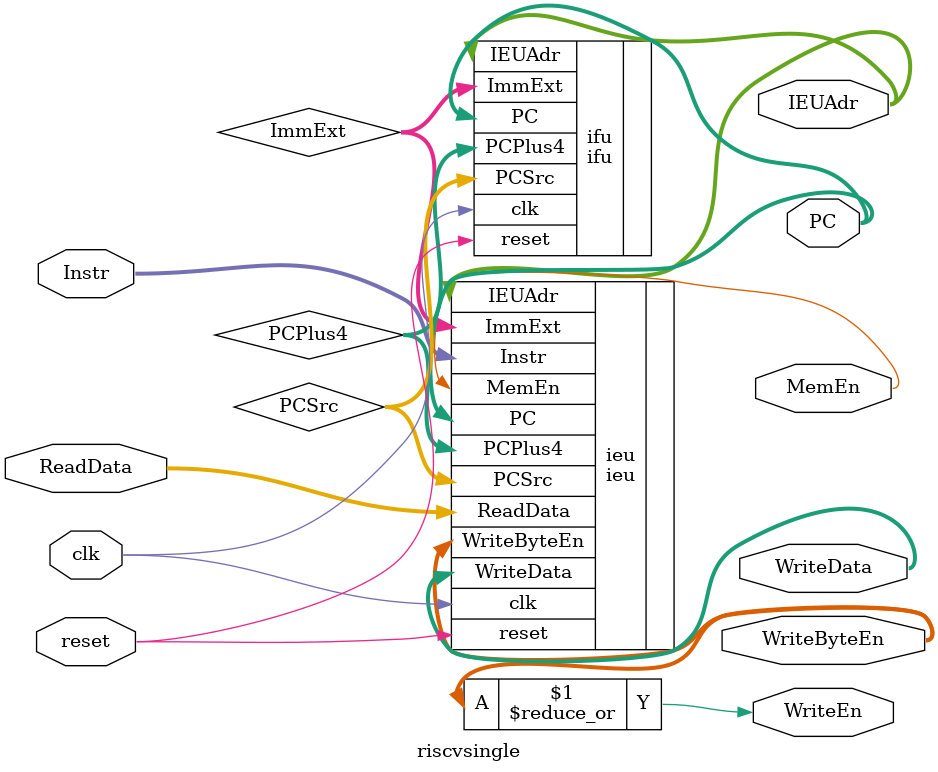
<source format=sv>

`include "parameters.svh"

module riscvsingle (
        input   logic           clk,
        input   logic           reset,

        output  logic [31:0]    PC,  // instruction memory target address
        input   logic [31:0]    Instr, // instruction memory read data

        output  logic [31:0]    IEUAdr,  // data memory target address
        input   logic [31:0]    ReadData, // data memory read data
        output  logic [31:0]    WriteData, // data memory write data

        output  logic           MemEn,
        output  logic           WriteEn,
        output  logic [3:0]     WriteByteEn  // strobes, 1 hot stating weather a byte should be written on a store
    );

    logic [31:0] PCPlus4, ImmExt;
    logic [1:0] PCSrc;
    logic Load;

    ifu ifu(.clk, .reset, .PCSrc, .IEUAdr, .ImmExt, .PC, .PCPlus4);
    ieu ieu(.clk, .reset, .Instr, .PC, .PCPlus4, .PCSrc, .WriteByteEn,
            .IEUAdr, .WriteData, .ImmExt, .ReadData, .MemEn
        );

    assign WriteEn = |WriteByteEn;
endmodule

</source>
